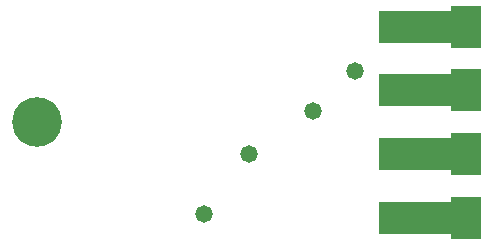
<source format=gts>
G04*
G04 #@! TF.GenerationSoftware,Altium Limited,Altium Designer,18.0.7 (293)*
G04*
G04 Layer_Color=8388736*
%FSLAX25Y25*%
%MOIN*%
G70*
G01*
G75*
%ADD15R,0.09843X0.14173*%
%ADD16R,0.33858X0.10630*%
%ADD17C,0.16548*%
%ADD18C,0.05800*%
D15*
X467917Y386221D02*
D03*
Y364961D02*
D03*
Y343701D02*
D03*
Y322441D02*
D03*
D16*
X455905Y386221D02*
D03*
Y364961D02*
D03*
Y343701D02*
D03*
Y322441D02*
D03*
D17*
X324803Y354331D02*
D03*
D18*
X430900Y371500D02*
D03*
X380500Y323600D02*
D03*
X417100Y358000D02*
D03*
X395700Y343900D02*
D03*
M02*

</source>
